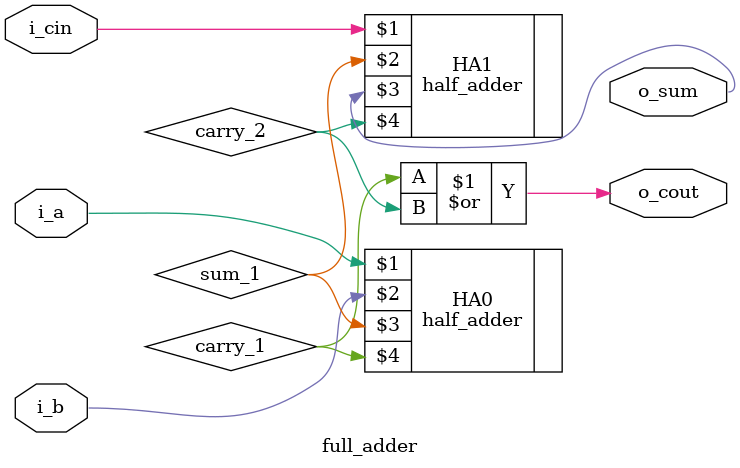
<source format=v>
`default_nettype none

module full_adder(
  i_a,
  i_b,
  i_cin,
  o_sum,
  o_cout
);

  input i_a;
  input i_b;
  input i_cin;
  output o_sum;
  output o_cout;

  wire sum_1, carry_1, carry_2;
  half_adder HA0(i_a,     i_b, sum_1, carry_1);
  half_adder HA1(i_cin, sum_1, o_sum, carry_2);

  assign o_cout = carry_1 | carry_2;

endmodule

</source>
